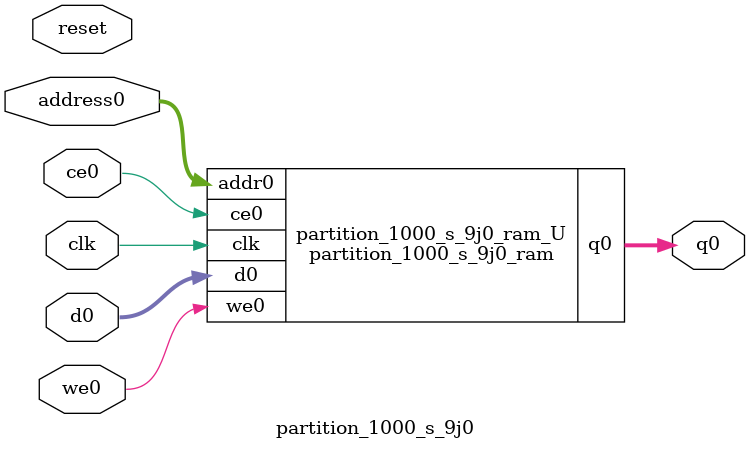
<source format=v>

`timescale 1 ns / 1 ps
module partition_1000_s_9j0_ram (addr0, ce0, d0, we0, q0,  clk);

parameter DWIDTH = 32;
parameter AWIDTH = 10;
parameter MEM_SIZE = 1000;

input[AWIDTH-1:0] addr0;
input ce0;
input[DWIDTH-1:0] d0;
input we0;
output reg[DWIDTH-1:0] q0;
input clk;

(* ram_style = "block" *)reg [DWIDTH-1:0] ram[0:MEM_SIZE-1];




always @(posedge clk)  
begin 
    if (ce0) 
    begin
        if (we0) 
        begin 
            ram[addr0] <= d0; 
            q0 <= d0;
        end 
        else 
            q0 <= ram[addr0];
    end
end


endmodule


`timescale 1 ns / 1 ps
module partition_1000_s_9j0(
    reset,
    clk,
    address0,
    ce0,
    we0,
    d0,
    q0);

parameter DataWidth = 32'd32;
parameter AddressRange = 32'd1000;
parameter AddressWidth = 32'd10;
input reset;
input clk;
input[AddressWidth - 1:0] address0;
input ce0;
input we0;
input[DataWidth - 1:0] d0;
output[DataWidth - 1:0] q0;



partition_1000_s_9j0_ram partition_1000_s_9j0_ram_U(
    .clk( clk ),
    .addr0( address0 ),
    .ce0( ce0 ),
    .we0( we0 ),
    .d0( d0 ),
    .q0( q0 ));

endmodule


</source>
